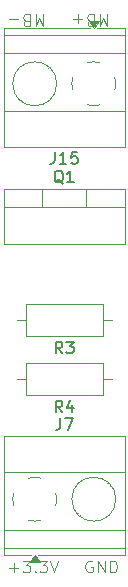
<source format=gbr>
%TF.GenerationSoftware,KiCad,Pcbnew,9.0.0*%
%TF.CreationDate,2025-03-24T16:00:58-05:00*%
%TF.ProjectId,DIIN-proyecto,4449494e-2d70-4726-9f79-6563746f2e6b,rev?*%
%TF.SameCoordinates,Original*%
%TF.FileFunction,Legend,Top*%
%TF.FilePolarity,Positive*%
%FSLAX46Y46*%
G04 Gerber Fmt 4.6, Leading zero omitted, Abs format (unit mm)*
G04 Created by KiCad (PCBNEW 9.0.0) date 2025-03-24 16:00:58*
%MOMM*%
%LPD*%
G01*
G04 APERTURE LIST*
%ADD10C,0.100000*%
%ADD11C,0.150000*%
%ADD12C,0.120000*%
G04 APERTURE END LIST*
D10*
X106827693Y-97920038D02*
X106732455Y-97872419D01*
X106732455Y-97872419D02*
X106589598Y-97872419D01*
X106589598Y-97872419D02*
X106446741Y-97920038D01*
X106446741Y-97920038D02*
X106351503Y-98015276D01*
X106351503Y-98015276D02*
X106303884Y-98110514D01*
X106303884Y-98110514D02*
X106256265Y-98300990D01*
X106256265Y-98300990D02*
X106256265Y-98443847D01*
X106256265Y-98443847D02*
X106303884Y-98634323D01*
X106303884Y-98634323D02*
X106351503Y-98729561D01*
X106351503Y-98729561D02*
X106446741Y-98824800D01*
X106446741Y-98824800D02*
X106589598Y-98872419D01*
X106589598Y-98872419D02*
X106684836Y-98872419D01*
X106684836Y-98872419D02*
X106827693Y-98824800D01*
X106827693Y-98824800D02*
X106875312Y-98777180D01*
X106875312Y-98777180D02*
X106875312Y-98443847D01*
X106875312Y-98443847D02*
X106684836Y-98443847D01*
X107303884Y-98872419D02*
X107303884Y-97872419D01*
X107303884Y-97872419D02*
X107875312Y-98872419D01*
X107875312Y-98872419D02*
X107875312Y-97872419D01*
X108351503Y-98872419D02*
X108351503Y-97872419D01*
X108351503Y-97872419D02*
X108589598Y-97872419D01*
X108589598Y-97872419D02*
X108732455Y-97920038D01*
X108732455Y-97920038D02*
X108827693Y-98015276D01*
X108827693Y-98015276D02*
X108875312Y-98110514D01*
X108875312Y-98110514D02*
X108922931Y-98300990D01*
X108922931Y-98300990D02*
X108922931Y-98443847D01*
X108922931Y-98443847D02*
X108875312Y-98634323D01*
X108875312Y-98634323D02*
X108827693Y-98729561D01*
X108827693Y-98729561D02*
X108732455Y-98824800D01*
X108732455Y-98824800D02*
X108589598Y-98872419D01*
X108589598Y-98872419D02*
X108351503Y-98872419D01*
X99803884Y-98491466D02*
X100565789Y-98491466D01*
X100184836Y-98872419D02*
X100184836Y-98110514D01*
X100946741Y-97872419D02*
X101565788Y-97872419D01*
X101565788Y-97872419D02*
X101232455Y-98253371D01*
X101232455Y-98253371D02*
X101375312Y-98253371D01*
X101375312Y-98253371D02*
X101470550Y-98300990D01*
X101470550Y-98300990D02*
X101518169Y-98348609D01*
X101518169Y-98348609D02*
X101565788Y-98443847D01*
X101565788Y-98443847D02*
X101565788Y-98681942D01*
X101565788Y-98681942D02*
X101518169Y-98777180D01*
X101518169Y-98777180D02*
X101470550Y-98824800D01*
X101470550Y-98824800D02*
X101375312Y-98872419D01*
X101375312Y-98872419D02*
X101089598Y-98872419D01*
X101089598Y-98872419D02*
X100994360Y-98824800D01*
X100994360Y-98824800D02*
X100946741Y-98777180D01*
X101994360Y-98777180D02*
X102041979Y-98824800D01*
X102041979Y-98824800D02*
X101994360Y-98872419D01*
X101994360Y-98872419D02*
X101946741Y-98824800D01*
X101946741Y-98824800D02*
X101994360Y-98777180D01*
X101994360Y-98777180D02*
X101994360Y-98872419D01*
X102375312Y-97872419D02*
X102994359Y-97872419D01*
X102994359Y-97872419D02*
X102661026Y-98253371D01*
X102661026Y-98253371D02*
X102803883Y-98253371D01*
X102803883Y-98253371D02*
X102899121Y-98300990D01*
X102899121Y-98300990D02*
X102946740Y-98348609D01*
X102946740Y-98348609D02*
X102994359Y-98443847D01*
X102994359Y-98443847D02*
X102994359Y-98681942D01*
X102994359Y-98681942D02*
X102946740Y-98777180D01*
X102946740Y-98777180D02*
X102899121Y-98824800D01*
X102899121Y-98824800D02*
X102803883Y-98872419D01*
X102803883Y-98872419D02*
X102518169Y-98872419D01*
X102518169Y-98872419D02*
X102422931Y-98824800D01*
X102422931Y-98824800D02*
X102375312Y-98777180D01*
X103280074Y-97872419D02*
X103613407Y-98872419D01*
X103613407Y-98872419D02*
X103946740Y-97872419D01*
X102696115Y-51627580D02*
X102696115Y-52627580D01*
X102696115Y-52627580D02*
X102362782Y-51913295D01*
X102362782Y-51913295D02*
X102029449Y-52627580D01*
X102029449Y-52627580D02*
X102029449Y-51627580D01*
X101219925Y-52151390D02*
X101077068Y-52103771D01*
X101077068Y-52103771D02*
X101029449Y-52056152D01*
X101029449Y-52056152D02*
X100981830Y-51960914D01*
X100981830Y-51960914D02*
X100981830Y-51818057D01*
X100981830Y-51818057D02*
X101029449Y-51722819D01*
X101029449Y-51722819D02*
X101077068Y-51675200D01*
X101077068Y-51675200D02*
X101172306Y-51627580D01*
X101172306Y-51627580D02*
X101553258Y-51627580D01*
X101553258Y-51627580D02*
X101553258Y-52627580D01*
X101553258Y-52627580D02*
X101219925Y-52627580D01*
X101219925Y-52627580D02*
X101124687Y-52579961D01*
X101124687Y-52579961D02*
X101077068Y-52532342D01*
X101077068Y-52532342D02*
X101029449Y-52437104D01*
X101029449Y-52437104D02*
X101029449Y-52341866D01*
X101029449Y-52341866D02*
X101077068Y-52246628D01*
X101077068Y-52246628D02*
X101124687Y-52199009D01*
X101124687Y-52199009D02*
X101219925Y-52151390D01*
X101219925Y-52151390D02*
X101553258Y-52151390D01*
X100553258Y-52008533D02*
X99791354Y-52008533D01*
X108116115Y-51627580D02*
X108116115Y-52627580D01*
X108116115Y-52627580D02*
X107782782Y-51913295D01*
X107782782Y-51913295D02*
X107449449Y-52627580D01*
X107449449Y-52627580D02*
X107449449Y-51627580D01*
X106639925Y-52151390D02*
X106497068Y-52103771D01*
X106497068Y-52103771D02*
X106449449Y-52056152D01*
X106449449Y-52056152D02*
X106401830Y-51960914D01*
X106401830Y-51960914D02*
X106401830Y-51818057D01*
X106401830Y-51818057D02*
X106449449Y-51722819D01*
X106449449Y-51722819D02*
X106497068Y-51675200D01*
X106497068Y-51675200D02*
X106592306Y-51627580D01*
X106592306Y-51627580D02*
X106973258Y-51627580D01*
X106973258Y-51627580D02*
X106973258Y-52627580D01*
X106973258Y-52627580D02*
X106639925Y-52627580D01*
X106639925Y-52627580D02*
X106544687Y-52579961D01*
X106544687Y-52579961D02*
X106497068Y-52532342D01*
X106497068Y-52532342D02*
X106449449Y-52437104D01*
X106449449Y-52437104D02*
X106449449Y-52341866D01*
X106449449Y-52341866D02*
X106497068Y-52246628D01*
X106497068Y-52246628D02*
X106544687Y-52199009D01*
X106544687Y-52199009D02*
X106639925Y-52151390D01*
X106639925Y-52151390D02*
X106973258Y-52151390D01*
X105973258Y-52008533D02*
X105211354Y-52008533D01*
X105592306Y-51627580D02*
X105592306Y-52389485D01*
D11*
X104293333Y-85324819D02*
X103960000Y-84848628D01*
X103721905Y-85324819D02*
X103721905Y-84324819D01*
X103721905Y-84324819D02*
X104102857Y-84324819D01*
X104102857Y-84324819D02*
X104198095Y-84372438D01*
X104198095Y-84372438D02*
X104245714Y-84420057D01*
X104245714Y-84420057D02*
X104293333Y-84515295D01*
X104293333Y-84515295D02*
X104293333Y-84658152D01*
X104293333Y-84658152D02*
X104245714Y-84753390D01*
X104245714Y-84753390D02*
X104198095Y-84801009D01*
X104198095Y-84801009D02*
X104102857Y-84848628D01*
X104102857Y-84848628D02*
X103721905Y-84848628D01*
X105150476Y-84658152D02*
X105150476Y-85324819D01*
X104912381Y-84277200D02*
X104674286Y-84991485D01*
X104674286Y-84991485D02*
X105293333Y-84991485D01*
X104293333Y-80324819D02*
X103960000Y-79848628D01*
X103721905Y-80324819D02*
X103721905Y-79324819D01*
X103721905Y-79324819D02*
X104102857Y-79324819D01*
X104102857Y-79324819D02*
X104198095Y-79372438D01*
X104198095Y-79372438D02*
X104245714Y-79420057D01*
X104245714Y-79420057D02*
X104293333Y-79515295D01*
X104293333Y-79515295D02*
X104293333Y-79658152D01*
X104293333Y-79658152D02*
X104245714Y-79753390D01*
X104245714Y-79753390D02*
X104198095Y-79801009D01*
X104198095Y-79801009D02*
X104102857Y-79848628D01*
X104102857Y-79848628D02*
X103721905Y-79848628D01*
X104626667Y-79324819D02*
X105245714Y-79324819D01*
X105245714Y-79324819D02*
X104912381Y-79705771D01*
X104912381Y-79705771D02*
X105055238Y-79705771D01*
X105055238Y-79705771D02*
X105150476Y-79753390D01*
X105150476Y-79753390D02*
X105198095Y-79801009D01*
X105198095Y-79801009D02*
X105245714Y-79896247D01*
X105245714Y-79896247D02*
X105245714Y-80134342D01*
X105245714Y-80134342D02*
X105198095Y-80229580D01*
X105198095Y-80229580D02*
X105150476Y-80277200D01*
X105150476Y-80277200D02*
X105055238Y-80324819D01*
X105055238Y-80324819D02*
X104769524Y-80324819D01*
X104769524Y-80324819D02*
X104674286Y-80277200D01*
X104674286Y-80277200D02*
X104626667Y-80229580D01*
X104364761Y-65952557D02*
X104269523Y-65904938D01*
X104269523Y-65904938D02*
X104174285Y-65809700D01*
X104174285Y-65809700D02*
X104031428Y-65666842D01*
X104031428Y-65666842D02*
X103936190Y-65619223D01*
X103936190Y-65619223D02*
X103840952Y-65619223D01*
X103888571Y-65857319D02*
X103793333Y-65809700D01*
X103793333Y-65809700D02*
X103698095Y-65714461D01*
X103698095Y-65714461D02*
X103650476Y-65523985D01*
X103650476Y-65523985D02*
X103650476Y-65190652D01*
X103650476Y-65190652D02*
X103698095Y-65000176D01*
X103698095Y-65000176D02*
X103793333Y-64904938D01*
X103793333Y-64904938D02*
X103888571Y-64857319D01*
X103888571Y-64857319D02*
X104079047Y-64857319D01*
X104079047Y-64857319D02*
X104174285Y-64904938D01*
X104174285Y-64904938D02*
X104269523Y-65000176D01*
X104269523Y-65000176D02*
X104317142Y-65190652D01*
X104317142Y-65190652D02*
X104317142Y-65523985D01*
X104317142Y-65523985D02*
X104269523Y-65714461D01*
X104269523Y-65714461D02*
X104174285Y-65809700D01*
X104174285Y-65809700D02*
X104079047Y-65857319D01*
X104079047Y-65857319D02*
X103888571Y-65857319D01*
X105269523Y-65857319D02*
X104698095Y-65857319D01*
X104983809Y-65857319D02*
X104983809Y-64857319D01*
X104983809Y-64857319D02*
X104888571Y-65000176D01*
X104888571Y-65000176D02*
X104793333Y-65095414D01*
X104793333Y-65095414D02*
X104698095Y-65143033D01*
X103650476Y-63274819D02*
X103650476Y-63989104D01*
X103650476Y-63989104D02*
X103602857Y-64131961D01*
X103602857Y-64131961D02*
X103507619Y-64227200D01*
X103507619Y-64227200D02*
X103364762Y-64274819D01*
X103364762Y-64274819D02*
X103269524Y-64274819D01*
X104650476Y-64274819D02*
X104079048Y-64274819D01*
X104364762Y-64274819D02*
X104364762Y-63274819D01*
X104364762Y-63274819D02*
X104269524Y-63417676D01*
X104269524Y-63417676D02*
X104174286Y-63512914D01*
X104174286Y-63512914D02*
X104079048Y-63560533D01*
X105555238Y-63274819D02*
X105079048Y-63274819D01*
X105079048Y-63274819D02*
X105031429Y-63751009D01*
X105031429Y-63751009D02*
X105079048Y-63703390D01*
X105079048Y-63703390D02*
X105174286Y-63655771D01*
X105174286Y-63655771D02*
X105412381Y-63655771D01*
X105412381Y-63655771D02*
X105507619Y-63703390D01*
X105507619Y-63703390D02*
X105555238Y-63751009D01*
X105555238Y-63751009D02*
X105602857Y-63846247D01*
X105602857Y-63846247D02*
X105602857Y-64084342D01*
X105602857Y-64084342D02*
X105555238Y-64179580D01*
X105555238Y-64179580D02*
X105507619Y-64227200D01*
X105507619Y-64227200D02*
X105412381Y-64274819D01*
X105412381Y-64274819D02*
X105174286Y-64274819D01*
X105174286Y-64274819D02*
X105079048Y-64227200D01*
X105079048Y-64227200D02*
X105031429Y-64179580D01*
X104126666Y-85807319D02*
X104126666Y-86521604D01*
X104126666Y-86521604D02*
X104079047Y-86664461D01*
X104079047Y-86664461D02*
X103983809Y-86759700D01*
X103983809Y-86759700D02*
X103840952Y-86807319D01*
X103840952Y-86807319D02*
X103745714Y-86807319D01*
X104507619Y-85807319D02*
X105174285Y-85807319D01*
X105174285Y-85807319D02*
X104745714Y-86807319D01*
D12*
%TO.C,R4*%
X108500000Y-82500000D02*
X107730000Y-82500000D01*
X107730000Y-83870000D02*
X107730000Y-81130000D01*
X107730000Y-81130000D02*
X101190000Y-81130000D01*
X101190000Y-83870000D02*
X107730000Y-83870000D01*
X101190000Y-81130000D02*
X101190000Y-83870000D01*
X100420000Y-82500000D02*
X101190000Y-82500000D01*
%TO.C,R3*%
X108500000Y-77500000D02*
X107730000Y-77500000D01*
X107730000Y-78870000D02*
X107730000Y-76130000D01*
X107730000Y-76130000D02*
X101190000Y-76130000D01*
X101190000Y-78870000D02*
X107730000Y-78870000D01*
X101190000Y-76130000D02*
X101190000Y-78870000D01*
X100420000Y-77500000D02*
X101190000Y-77500000D01*
%TO.C,Q1*%
X99340000Y-66402500D02*
X99340000Y-71043500D01*
X99340000Y-66402500D02*
X109580000Y-66402500D01*
X99340000Y-67912500D02*
X109580000Y-67912500D01*
X99340000Y-71043500D02*
X109580000Y-71043500D01*
X102610000Y-66402500D02*
X102610000Y-67912500D01*
X106311000Y-66402500D02*
X106311000Y-67912500D01*
X109580000Y-66402500D02*
X109580000Y-71043500D01*
%TO.C,J15*%
X109580000Y-62820000D02*
X109580000Y-52780000D01*
X109580000Y-62820000D02*
X99340000Y-62820000D01*
X109580000Y-59800000D02*
X99340000Y-59800000D01*
X109580000Y-54900000D02*
X99340000Y-54900000D01*
X109580000Y-53400000D02*
X99340000Y-53400000D01*
X109580000Y-52780000D02*
X107260000Y-52780000D01*
X106660000Y-52780000D02*
X99340000Y-52780000D01*
X103327000Y-56360000D02*
X103371000Y-56317000D01*
X103100000Y-56133000D02*
X103144000Y-56090000D01*
X100776000Y-58911000D02*
X100820000Y-58867000D01*
X100549000Y-58684000D02*
X100593000Y-58640000D01*
X99340000Y-62820000D02*
X99340000Y-52780000D01*
X108740000Y-56960000D02*
G75*
G02*
X108740206Y-58039321I-1780000J-540000D01*
G01*
X107500000Y-59280000D02*
G75*
G02*
X106420679Y-59280206I-540000J1780000D01*
G01*
X106420000Y-55720000D02*
G75*
G02*
X107499321Y-55719794I540000J-1780013D01*
G01*
X105180000Y-58040000D02*
G75*
G02*
X105179794Y-56960679I1780013J540000D01*
G01*
X103820000Y-57500000D02*
G75*
G02*
X100100000Y-57500000I-1860000J0D01*
G01*
X100100000Y-57500000D02*
G75*
G02*
X103820000Y-57500000I1860000J0D01*
G01*
X106960000Y-52780000D02*
X106520000Y-52170000D01*
X107400000Y-52170000D01*
X106960000Y-52780000D01*
G36*
X106960000Y-52780000D02*
G01*
X106520000Y-52170000D01*
X107400000Y-52170000D01*
X106960000Y-52780000D01*
G37*
%TO.C,J7*%
X99340000Y-87352500D02*
X99340000Y-97392500D01*
X99340000Y-87352500D02*
X109580000Y-87352500D01*
X99340000Y-90372500D02*
X109580000Y-90372500D01*
X99340000Y-95272500D02*
X109580000Y-95272500D01*
X99340000Y-96772500D02*
X109580000Y-96772500D01*
X99340000Y-97392500D02*
X101660000Y-97392500D01*
X102260000Y-97392500D02*
X109580000Y-97392500D01*
X105593000Y-93812500D02*
X105549000Y-93855500D01*
X105820000Y-94039500D02*
X105776000Y-94082500D01*
X108144000Y-91261500D02*
X108100000Y-91305500D01*
X108371000Y-91488500D02*
X108327000Y-91532500D01*
X109580000Y-87352500D02*
X109580000Y-97392500D01*
X100180000Y-93212500D02*
G75*
G02*
X100179794Y-92133179I1780000J540000D01*
G01*
X101420000Y-90892500D02*
G75*
G02*
X102499321Y-90892294I540000J-1780000D01*
G01*
X102500000Y-94452500D02*
G75*
G02*
X101420679Y-94452706I-540000J1780013D01*
G01*
X103740000Y-92132500D02*
G75*
G02*
X103740206Y-93211821I-1780013J-540000D01*
G01*
X108820000Y-92672500D02*
G75*
G02*
X105100000Y-92672500I-1860000J0D01*
G01*
X105100000Y-92672500D02*
G75*
G02*
X108820000Y-92672500I1860000J0D01*
G01*
X102400000Y-98002500D02*
X101520000Y-98002500D01*
X101960000Y-97392500D01*
X102400000Y-98002500D01*
G36*
X102400000Y-98002500D02*
G01*
X101520000Y-98002500D01*
X101960000Y-97392500D01*
X102400000Y-98002500D01*
G37*
%TD*%
M02*

</source>
